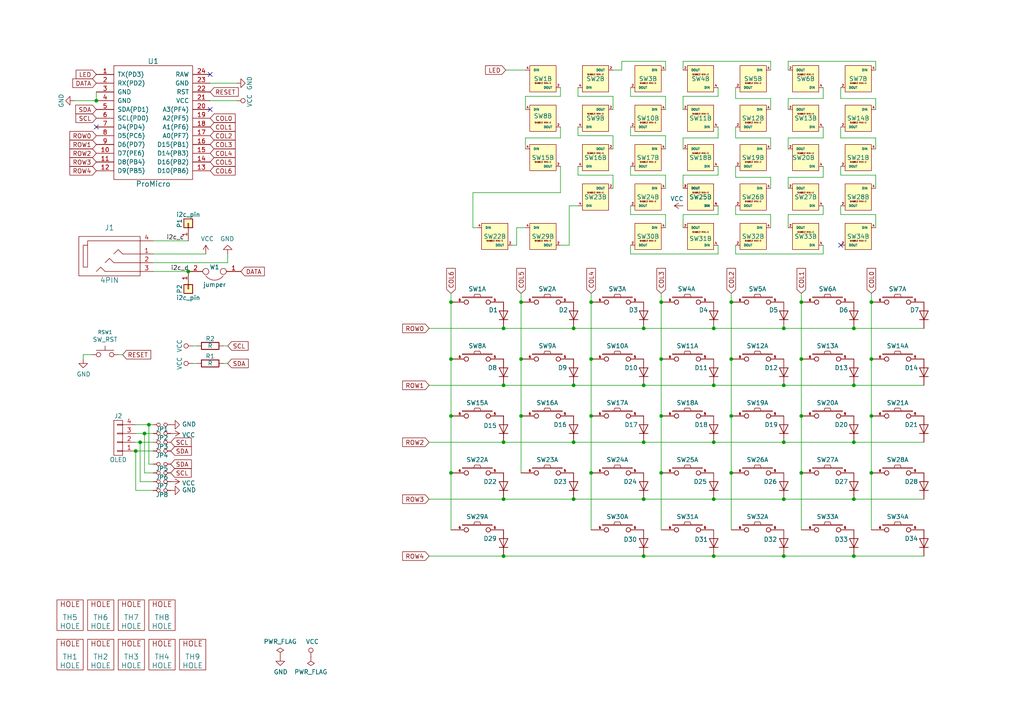
<source format=kicad_sch>
(kicad_sch (version 20231120) (generator "eeschema") (generator_version "8.0")
  (paper "A4")
  (junction (at 212.09 137.16))
  (junction (at 212.09 87.63))
  (junction (at 232.41 120.65))
  (junction (at 166.37 128.27))
  (junction (at 39.37 130.81))
  (junction (at 186.69 95.25))
  (junction (at 207.01 95.25))
  (junction (at 166.37 111.76))
  (junction (at 130.81 120.65))
  (junction (at 27.94 29.21))
  (junction (at 252.73 87.63))
  (junction (at 232.41 87.63))
  (junction (at 207.01 144.78))
  (junction (at 252.73 104.14))
  (junction (at 247.65 95.25))
  (junction (at 247.65 128.27))
  (junction (at 146.05 111.76))
  (junction (at 186.69 144.78))
  (junction (at 171.45 137.16))
  (junction (at 40.64 128.27))
  (junction (at 41.91 125.73))
  (junction (at 207.01 128.27))
  (junction (at 191.77 120.65))
  (junction (at 171.45 87.63))
  (junction (at 247.65 111.76))
  (junction (at 171.45 104.14))
  (junction (at 227.33 161.29))
  (junction (at 212.09 120.65))
  (junction (at 146.05 95.25))
  (junction (at 247.65 161.29))
  (junction (at 191.77 87.63))
  (junction (at 130.81 137.16))
  (junction (at 54.61 78.74))
  (junction (at 232.41 137.16))
  (junction (at 186.69 111.76))
  (junction (at 227.33 128.27))
  (junction (at 212.09 104.14))
  (junction (at 247.65 144.78))
  (junction (at 146.05 128.27))
  (junction (at 191.77 104.14))
  (junction (at 232.41 104.14))
  (junction (at 146.05 161.29))
  (junction (at 252.73 120.65))
  (junction (at 227.33 95.25))
  (junction (at 227.33 111.76))
  (junction (at 151.13 87.63))
  (junction (at 186.69 161.29))
  (junction (at 171.45 120.65))
  (junction (at 151.13 104.14))
  (junction (at 151.13 120.65))
  (junction (at 207.01 111.76))
  (junction (at 191.77 137.16))
  (junction (at 207.01 161.29))
  (junction (at 146.05 144.78))
  (junction (at 252.73 137.16))
  (junction (at 166.37 95.25))
  (junction (at 166.37 144.78))
  (junction (at 130.81 104.14))
  (junction (at 186.69 128.27))
  (junction (at 227.33 144.78))
  (junction (at 130.81 87.63))
  (junction (at 43.18 123.19))
  (no_connect (at 60.96 21.59))
  (no_connect (at 60.96 31.75))
  (no_connect (at 27.94 36.83))
  (no_connect (at 243.84 71.12))
  (wire (pts (xy 166.37 95.25) (xy 186.69 95.25)))
  (wire (pts (xy 193.04 39.37) (xy 193.04 43.18)))
  (wire (pts (xy 177.8 50.8) (xy 167.64 50.8)))
  (wire (pts (xy 162.56 55.88) (xy 162.56 48.26)))
  (wire (pts (xy 198.12 40.005) (xy 198.12 43.18)))
  (wire (pts (xy 55.88 105.41) (xy 57.15 105.41)))
  (wire (pts (xy 227.33 111.76) (xy 247.65 111.76)))
  (wire (pts (xy 228.6 28.575) (xy 228.6 31.75)))
  (wire (pts (xy 41.91 125.73) (xy 44.45 125.73)))
  (wire (pts (xy 182.88 27.94) (xy 193.04 27.94)))
  (wire (pts (xy 167.64 39.37) (xy 177.8 39.37)))
  (wire (pts (xy 39.37 125.73) (xy 41.91 125.73)))
  (wire (pts (xy 213.36 40.005) (xy 213.36 36.83)))
  (wire (pts (xy 151.13 87.63) (xy 151.13 104.14)))
  (wire (pts (xy 208.28 73.66) (xy 208.28 71.12)))
  (wire (pts (xy 228.6 51.435) (xy 228.6 54.61)))
  (wire (pts (xy 40.64 128.27) (xy 44.45 128.27)))
  (wire (pts (xy 66.04 100.33) (xy 64.77 100.33)))
  (wire (pts (xy 191.77 137.16) (xy 191.77 153.67)))
  (wire (pts (xy 151.13 85.09) (xy 151.13 87.63)))
  (wire (pts (xy 254 43.18) (xy 254 40.005)))
  (wire (pts (xy 186.69 111.76) (xy 207.01 111.76)))
  (wire (pts (xy 182.88 71.12) (xy 182.88 73.66)))
  (wire (pts (xy 254 50.8) (xy 243.84 50.8)))
  (wire (pts (xy 180.34 17.78) (xy 193.04 17.78)))
  (wire (pts (xy 146.05 111.76) (xy 124.46 111.76)))
  (wire (pts (xy 149.86 66.04) (xy 149.86 71.12)))
  (wire (pts (xy 228.6 40.005) (xy 228.6 43.18)))
  (wire (pts (xy 212.09 104.14) (xy 212.09 120.65)))
  (wire (pts (xy 247.65 128.27) (xy 267.97 128.27)))
  (wire (pts (xy 43.18 134.62) (xy 44.45 134.62)))
  (wire (pts (xy 66.04 73.66) (xy 66.04 76.2)))
  (wire (pts (xy 193.04 27.94) (xy 193.04 31.75)))
  (wire (pts (xy 254 17.78) (xy 254 20.32)))
  (wire (pts (xy 232.41 87.63) (xy 232.41 85.09)))
  (wire (pts (xy 227.33 95.25) (xy 247.65 95.25)))
  (wire (pts (xy 182.88 25.4) (xy 182.88 27.94)))
  (wire (pts (xy 27.94 29.21) (xy 21.59 29.21)))
  (wire (pts (xy 41.91 125.73) (xy 41.91 137.16)))
  (wire (pts (xy 146.05 95.25) (xy 124.46 95.25)))
  (wire (pts (xy 212.09 137.16) (xy 212.09 120.65)))
  (wire (pts (xy 162.56 27.94) (xy 152.4 27.94)))
  (wire (pts (xy 243.84 40.005) (xy 243.84 36.83)))
  (wire (pts (xy 193.04 17.78) (xy 193.04 20.32)))
  (wire (pts (xy 208.28 27.94) (xy 208.28 25.4)))
  (wire (pts (xy 208.28 62.23) (xy 208.28 59.69)))
  (wire (pts (xy 166.37 128.27) (xy 146.05 128.27)))
  (wire (pts (xy 232.41 120.65) (xy 232.41 137.16)))
  (wire (pts (xy 27.94 26.67) (xy 27.94 29.21)))
  (wire (pts (xy 24.13 104.14) (xy 24.13 102.87)))
  (wire (pts (xy 137.16 66.04) (xy 137.16 55.88)))
  (wire (pts (xy 146.05 144.78) (xy 124.46 144.78)))
  (wire (pts (xy 243.84 50.8) (xy 243.84 48.26)))
  (wire (pts (xy 252.73 104.14) (xy 252.73 120.65)))
  (wire (pts (xy 227.33 161.29) (xy 247.65 161.29)))
  (wire (pts (xy 213.36 62.23) (xy 223.52 62.23)))
  (wire (pts (xy 252.73 87.63) (xy 252.73 104.14)))
  (wire (pts (xy 39.37 128.27) (xy 40.64 128.27)))
  (wire (pts (xy 213.36 51.435) (xy 213.36 48.26)))
  (wire (pts (xy 182.88 62.23) (xy 193.04 62.23)))
  (wire (pts (xy 232.41 137.16) (xy 232.41 153.67)))
  (wire (pts (xy 152.4 27.94) (xy 152.4 31.75)))
  (wire (pts (xy 186.69 161.29) (xy 207.01 161.29)))
  (wire (pts (xy 228.6 62.23) (xy 238.76 62.23)))
  (wire (pts (xy 39.37 142.24) (xy 44.45 142.24)))
  (wire (pts (xy 238.76 48.26) (xy 238.76 51.435)))
  (wire (pts (xy 223.52 17.78) (xy 223.52 20.32)))
  (wire (pts (xy 130.81 104.14) (xy 130.81 120.65)))
  (wire (pts (xy 166.37 111.76) (xy 186.69 111.76)))
  (wire (pts (xy 130.81 85.09) (xy 130.81 87.63)))
  (wire (pts (xy 191.77 104.14) (xy 191.77 120.65)))
  (wire (pts (xy 166.37 95.25) (xy 146.05 95.25)))
  (wire (pts (xy 252.73 85.09) (xy 252.73 87.63)))
  (wire (pts (xy 191.77 87.63) (xy 191.77 104.14)))
  (wire (pts (xy 40.64 139.7) (xy 44.45 139.7)))
  (wire (pts (xy 254 62.23) (xy 254 66.04)))
  (wire (pts (xy 171.45 104.14) (xy 171.45 120.65)))
  (wire (pts (xy 243.84 62.23) (xy 254 62.23)))
  (wire (pts (xy 177.8 31.75) (xy 177.8 27.94)))
  (wire (pts (xy 171.45 137.16) (xy 171.45 153.67)))
  (wire (pts (xy 252.73 137.16) (xy 252.73 153.67)))
  (wire (pts (xy 180.34 20.32) (xy 180.34 17.78)))
  (wire (pts (xy 252.73 120.65) (xy 252.73 137.16)))
  (wire (pts (xy 238.76 28.575) (xy 228.6 28.575)))
  (wire (pts (xy 165.1 71.12) (xy 165.1 59.69)))
  (wire (pts (xy 59.69 73.66) (xy 44.45 73.66)))
  (wire (pts (xy 40.64 128.27) (xy 40.64 139.7)))
  (wire (pts (xy 247.65 95.25) (xy 267.97 95.25)))
  (wire (pts (xy 238.76 73.66) (xy 238.76 71.12)))
  (wire (pts (xy 238.76 25.4) (xy 238.76 28.575)))
  (wire (pts (xy 166.37 111.76) (xy 146.05 111.76)))
  (wire (pts (xy 162.56 71.12) (xy 165.1 71.12)))
  (wire (pts (xy 149.86 71.12) (xy 148.59 71.12)))
  (wire (pts (xy 247.65 144.78) (xy 267.97 144.78)))
  (wire (pts (xy 186.69 95.25) (xy 207.01 95.25)))
  (wire (pts (xy 238.76 51.435) (xy 228.6 51.435)))
  (wire (pts (xy 208.28 36.83) (xy 208.28 40.005)))
  (wire (pts (xy 146.05 128.27) (xy 124.46 128.27)))
  (wire (pts (xy 177.8 39.37) (xy 177.8 43.18)))
  (wire (pts (xy 186.69 144.78) (xy 207.01 144.78)))
  (wire (pts (xy 213.36 28.575) (xy 213.36 25.4)))
  (wire (pts (xy 212.09 87.63) (xy 212.09 104.14)))
  (wire (pts (xy 60.96 29.21) (xy 68.58 29.21)))
  (wire (pts (xy 247.65 111.76) (xy 267.97 111.76)))
  (wire (pts (xy 223.52 43.18) (xy 223.52 40.005)))
  (wire (pts (xy 254 28.575) (xy 243.84 28.575)))
  (wire (pts (xy 44.45 69.85) (xy 54.61 69.85)))
  (wire (pts (xy 223.52 40.005) (xy 213.36 40.005)))
  (wire (pts (xy 167.64 36.83) (xy 167.64 39.37)))
  (wire (pts (xy 247.65 161.29) (xy 267.97 161.29)))
  (wire (pts (xy 167.64 27.94) (xy 167.64 25.4)))
  (wire (pts (xy 24.13 102.87) (xy 26.67 102.87)))
  (wire (pts (xy 55.88 100.33) (xy 57.15 100.33)))
  (wire (pts (xy 171.45 87.63) (xy 171.45 104.14)))
  (wire (pts (xy 198.12 31.75) (xy 198.12 27.94)))
  (wire (pts (xy 213.36 71.12) (xy 213.36 73.66)))
  (wire (pts (xy 198.12 27.94) (xy 208.28 27.94)))
  (wire (pts (xy 238.76 36.83) (xy 238.76 40.005)))
  (wire (pts (xy 66.04 105.41) (xy 64.77 105.41)))
  (wire (pts (xy 198.12 20.32) (xy 198.12 17.78)))
  (wire (pts (xy 43.18 123.19) (xy 43.18 134.62)))
  (wire (pts (xy 223.52 54.61) (xy 223.52 51.435)))
  (wire (pts (xy 208.28 40.005) (xy 198.12 40.005)))
  (wire (pts (xy 146.05 161.29) (xy 186.69 161.29)))
  (wire (pts (xy 227.33 128.27) (xy 247.65 128.27)))
  (wire (pts (xy 167.64 50.8) (xy 167.64 48.26)))
  (wire (pts (xy 177.8 27.94) (xy 167.64 27.94)))
  (wire (pts (xy 198.12 50.8) (xy 208.28 50.8)))
  (wire (pts (xy 43.18 123.19) (xy 44.45 123.19)))
  (wire (pts (xy 146.685 20.32) (xy 152.4 20.32)))
  (wire (pts (xy 227.33 144.78) (xy 247.65 144.78)))
  (wire (pts (xy 238.76 62.23) (xy 238.76 59.69)))
  (wire (pts (xy 227.33 95.25) (xy 207.01 95.25)))
  (wire (pts (xy 238.76 40.005) (xy 228.6 40.005)))
  (wire (pts (xy 182.88 50.8) (xy 193.04 50.8)))
  (wire (pts (xy 177.8 20.32) (xy 180.34 20.32)))
  (wire (pts (xy 66.04 76.2) (xy 44.45 76.2)))
  (wire (pts (xy 137.16 66.04) (xy 138.43 66.04)))
  (wire (pts (xy 171.45 120.65) (xy 171.45 137.16)))
  (wire (pts (xy 130.81 120.65) (xy 130.81 137.16)))
  (wire (pts (xy 208.28 50.8) (xy 208.28 48.26)))
  (wire (pts (xy 207.01 128.27) (xy 227.33 128.27)))
  (wire (pts (xy 243.84 59.69) (xy 243.84 62.23)))
  (wire (pts (xy 207.01 144.78) (xy 227.33 144.78)))
  (wire (pts (xy 162.56 40.005) (xy 152.4 40.005)))
  (wire (pts (xy 182.88 73.66) (xy 208.28 73.66)))
  (wire (pts (xy 44.45 130.81) (xy 39.37 130.81)))
  (wire (pts (xy 191.77 120.65) (xy 191.77 137.16)))
  (wire (pts (xy 232.41 104.14) (xy 232.41 87.63)))
  (wire (pts (xy 198.12 66.04) (xy 198.12 62.23)))
  (wire (pts (xy 39.37 123.19) (xy 43.18 123.19)))
  (wire (pts (xy 228.6 66.04) (xy 228.6 62.23)))
  (wire (pts (xy 193.04 50.8) (xy 193.04 54.61)))
  (wire (pts (xy 254 31.75) (xy 254 28.575)))
  (wire (pts (xy 223.52 28.575) (xy 213.36 28.575)))
  (wire (pts (xy 193.04 62.23) (xy 193.04 66.04)))
  (wire (pts (xy 254 54.61) (xy 254 50.8)))
  (wire (pts (xy 232.41 120.65) (xy 232.41 104.14)))
  (wire (pts (xy 151.13 120.65) (xy 151.13 137.16)))
  (wire (pts (xy 137.16 55.88) (xy 162.56 55.88)))
  (wire (pts (xy 152.4 66.04) (xy 149.86 66.04)))
  (wire (pts (xy 198.12 62.23) (xy 208.28 62.23)))
  (wire (pts (xy 182.88 39.37) (xy 193.04 39.37)))
  (wire (pts (xy 35.56 102.87) (xy 34.29 102.87)))
  (wire (pts (xy 130.81 137.16) (xy 130.81 153.67)))
  (wire (pts (xy 213.36 73.66) (xy 238.76 73.66)))
  (wire (pts (xy 166.37 128.27) (xy 186.69 128.27)))
  (wire (pts (xy 254 40.005) (xy 243.84 40.005)))
  (wire (pts (xy 177.8 54.61) (xy 177.8 50.8)))
  (wire (pts (xy 60.96 24.13) (xy 68.58 24.13)))
  (wire (pts (xy 213.36 59.69) (xy 213.36 62.23)))
  (wire (pts (xy 228.6 20.32) (xy 228.6 17.78)))
  (wire (pts (xy 124.46 161.29) (xy 146.05 161.29)))
  (wire (pts (xy 228.6 17.78) (xy 254 17.78)))
  (wire (pts (xy 243.84 28.575) (xy 243.84 25.4)))
  (wire (pts (xy 162.56 25.4) (xy 162.56 27.94)))
  (wire (pts (xy 212.09 137.16) (xy 212.09 153.67)))
  (wire (pts (xy 207.01 161.29) (xy 227.33 161.29)))
  (wire (pts (xy 130.81 87.63) (xy 130.81 104.14)))
  (wire (pts (xy 198.12 54.61) (xy 198.12 50.8)))
  (wire (pts (xy 223.52 31.75) (xy 223.52 28.575)))
  (wire (pts (xy 151.13 104.14) (xy 151.13 120.65)))
  (wire (pts (xy 166.37 144.78) (xy 146.05 144.78)))
  (wire (pts (xy 182.88 59.69) (xy 182.88 62.23)))
  (wire (pts (xy 212.09 85.09) (xy 212.09 87.63)))
  (wire (pts (xy 152.4 40.005) (xy 152.4 43.18)))
  (wire (pts (xy 171.45 85.09) (xy 171.45 87.63)))
  (wire (pts (xy 165.1 59.69) (xy 167.64 59.69)))
  (wire (pts (xy 166.37 144.78) (xy 186.69 144.78)))
  (wire (pts (xy 186.69 128.27) (xy 207.01 128.27)))
  (wire (pts (xy 162.56 36.83) (xy 162.56 40.005)))
  (wire (pts (xy 191.77 85.09) (xy 191.77 87.63)))
  (wire (pts (xy 39.37 130.81) (xy 39.37 142.24)))
  (wire (pts (xy 223.52 62.23) (xy 223.52 66.04)))
  (wire (pts (xy 223.52 51.435) (xy 213.36 51.435)))
  (wire (pts (xy 207.01 111.76) (xy 227.33 111.76)))
  (wire (pts (xy 198.12 17.78) (xy 223.52 17.78)))
  (wire (pts (xy 182.88 48.26) (xy 182.88 50.8)))
  (wire (pts (xy 182.88 36.83) (xy 182.88 39.37)))
  (wire (pts (xy 41.91 137.16) (xy 44.45 137.16)))
  (wire (pts (xy 44.45 78.74) (xy 54.61 78.74)))
  (label "i2c_d" (at 49.53 78.74 0))
  (label "i2c_c" (at 48.26 69.85 0))
  (global_label "ROW0" (shape input) (at 124.46 95.25 180) (property "Intersheetrefs" "${INTERSHEET_REFS}" (effects (hide yes))))
  (global_label "SDA" (shape input) (at 49.53 130.81 0) (property "Intersheetrefs" "${INTERSHEET_REFS}" (effects (hide yes))))
  (global_label "COL3" (shape input) (at 191.77 85.09 90) (property "Intersheetrefs" "${INTERSHEET_REFS}" (effects (hide yes))))
  (global_label "COL0" (shape input) (at 60.96 34.29 0) (property "Intersheetrefs" "${INTERSHEET_REFS}" (effects (hide yes))))
  (global_label "SCL" (shape input) (at 49.53 137.16 0) (property "Intersheetrefs" "${INTERSHEET_REFS}" (effects (hide yes))))
  (global_label "DATA" (shape input) (at 27.94 24.13 180) (property "Intersheetrefs" "${INTERSHEET_REFS}" (effects (hide yes))))
  (global_label "LED" (shape input) (at 27.94 21.59 180) (property "Intersheetrefs" "${INTERSHEET_REFS}" (effects (hide yes))))
  (global_label "COL5" (shape input) (at 151.13 85.09 90) (property "Intersheetrefs" "${INTERSHEET_REFS}" (effects (hide yes))))
  (global_label "SCL" (shape input) (at 27.94 34.29 180) (property "Intersheetrefs" "${INTERSHEET_REFS}" (effects (hide yes))))
  (global_label "COL3" (shape input) (at 60.96 41.91 0) (property "Intersheetrefs" "${INTERSHEET_REFS}" (effects (hide yes))))
  (global_label "SCL" (shape input) (at 49.53 128.27 0) (property "Intersheetrefs" "${INTERSHEET_REFS}" (effects (hide yes))))
  (global_label "ROW1" (shape input) (at 124.46 111.76 180) (property "Intersheetrefs" "${INTERSHEET_REFS}" (effects (hide yes))))
  (global_label "ROW1" (shape input) (at 27.94 41.91 180) (property "Intersheetrefs" "${INTERSHEET_REFS}" (effects (hide yes))))
  (global_label "COL6" (shape input) (at 130.81 85.09 90) (property "Intersheetrefs" "${INTERSHEET_REFS}" (effects (hide yes))))
  (global_label "ROW3" (shape input) (at 124.46 144.78 180) (property "Intersheetrefs" "${INTERSHEET_REFS}" (effects (hide yes))))
  (global_label "SDA" (shape input) (at 49.53 134.62 0) (property "Intersheetrefs" "${INTERSHEET_REFS}" (effects (hide yes))))
  (global_label "COL5" (shape input) (at 60.96 46.99 0) (property "Intersheetrefs" "${INTERSHEET_REFS}" (effects (hide yes))))
  (global_label "COL4" (shape input) (at 60.96 44.45 0) (property "Intersheetrefs" "${INTERSHEET_REFS}" (effects (hide yes))))
  (global_label "SCL" (shape input) (at 66.04 100.33 0) (property "Intersheetrefs" "${INTERSHEET_REFS}" (effects (hide yes))))
  (global_label "COL2" (shape input) (at 212.09 85.09 90) (property "Intersheetrefs" "${INTERSHEET_REFS}" (effects (hide yes))))
  (global_label "DATA" (shape input) (at 69.85 78.74 0) (property "Intersheetrefs" "${INTERSHEET_REFS}" (effects (hide yes))))
  (global_label "COL6" (shape input) (at 60.96 49.53 0) (property "Intersheetrefs" "${INTERSHEET_REFS}" (effects (hide yes))))
  (global_label "COL0" (shape input) (at 252.73 85.09 90) (property "Intersheetrefs" "${INTERSHEET_REFS}" (effects (hide yes))))
  (global_label "RESET" (shape input) (at 35.56 102.87 0) (property "Intersheetrefs" "${INTERSHEET_REFS}" (effects (hide yes))))
  (global_label "SDA" (shape input) (at 66.04 105.41 0) (property "Intersheetrefs" "${INTERSHEET_REFS}" (effects (hide yes))))
  (global_label "COL1" (shape input) (at 232.41 85.09 90) (property "Intersheetrefs" "${INTERSHEET_REFS}" (effects (hide yes))))
  (global_label "ROW2" (shape input) (at 27.94 44.45 180) (property "Intersheetrefs" "${INTERSHEET_REFS}" (effects (hide yes))))
  (global_label "ROW4" (shape input) (at 27.94 49.53 180) (property "Intersheetrefs" "${INTERSHEET_REFS}" (effects (hide yes))))
  (global_label "LED" (shape input) (at 146.685 20.32 180) (property "Intersheetrefs" "${INTERSHEET_REFS}" (effects (hide yes))))
  (global_label "ROW3" (shape input) (at 27.94 46.99 180) (property "Intersheetrefs" "${INTERSHEET_REFS}" (effects (hide yes))))
  (global_label "ROW0" (shape input) (at 27.94 39.37 180) (property "Intersheetrefs" "${INTERSHEET_REFS}" (effects (hide yes))))
  (global_label "ROW2" (shape input) (at 124.46 128.27 180) (property "Intersheetrefs" "${INTERSHEET_REFS}" (effects (hide yes))))
  (global_label "COL1" (shape input) (at 60.96 36.83 0) (property "Intersheetrefs" "${INTERSHEET_REFS}" (effects (hide yes))))
  (global_label "ROW4" (shape input) (at 124.46 161.29 180) (property "Intersheetrefs" "${INTERSHEET_REFS}" (effects (hide yes))))
  (global_label "RESET" (shape input) (at 60.96 26.67 0) (property "Intersheetrefs" "${INTERSHEET_REFS}" (effects (hide yes))))
  (global_label "SDA" (shape input) (at 27.94 31.75 180) (property "Intersheetrefs" "${INTERSHEET_REFS}" (effects (hide yes))))
  (global_label "COL2" (shape input) (at 60.96 39.37 0) (property "Intersheetrefs" "${INTERSHEET_REFS}" (effects (hide yes))))
  (global_label "COL4" (shape input) (at 171.45 85.09 90) (property "Intersheetrefs" "${INTERSHEET_REFS}" (effects (hide yes))))
  (symbol (lib_id "SofleKeyboard-rescue:ProMicro_2-Lily58-cache-Lily58_Pro-rescue") (at 44.45 35.56 0) (unit 1)
    (property "Reference" "U1" (at 44.45 17.78 0) (effects (font (size 1.524 1.524))))
    (property "Value" "ProMicro" (at 44.45 53.34 0) (effects (font (size 1.524 1.524))))
    (property "Footprint" "SofleChoc:ProMicro" (effects (hide yes)))
  )
  (symbol (lib_id "SofleKeyboard:SW_PUSH_LED") (at 179.07 153.67 0) (unit 1)
    (property "Reference" "SW30" (at 179.07 149.86 0))
    (property "Value" "SW_PUSH_LED" (effects (hide yes)))
    (property "Footprint" "SofleChoc:Choc_Hotswap_SK6812MiniE" (effects (hide yes)))
  )
  (symbol (lib_id "SofleKeyboard:SW_PUSH_LED") (at 138.43 87.63 0) (unit 1)
    (property "Reference" "SW1" (at 138.43 83.82 0))
    (property "Value" "SW_PUSH_LED" (effects (hide yes)))
    (property "Footprint" "SofleChoc:Choc_Hotswap_SK6812MiniE" (effects (hide yes)))
  )
  (symbol (lib_id "SofleKeyboard-rescue:D-Lily58-cache-Lily58_Pro-rescue") (at 146.05 91.44 90) (unit 1)
    (property "Reference" "D1" (at 141.732 89.916 90) (effects (justify right)))
    (property "Value" "D" (effects (hide yes)))
    (property "Footprint" "SofleChoc:crkbd-diode" (effects (hide yes)))
  )
  (symbol (lib_id "SofleKeyboard:SW_PUSH_LED") (at 158.75 87.63 0) (unit 1)
    (property "Reference" "SW2" (at 158.75 83.82 0))
    (property "Value" "SW_PUSH_LED" (effects (hide yes)))
    (property "Footprint" "SofleChoc:Choc_Hotswap_SK6812MiniE" (effects (hide yes)))
  )
  (symbol (lib_id "SofleKeyboard-rescue:D-Lily58-cache-Lily58_Pro-rescue") (at 166.37 91.44 90) (unit 1)
    (property "Reference" "D2" (at 162.052 89.916 90) (effects (justify right)))
    (property "Value" "D" (effects (hide yes)))
    (property "Footprint" "SofleChoc:crkbd-diode" (effects (hide yes)))
  )
  (symbol (lib_id "SofleKeyboard:SW_PUSH_LED") (at 179.07 87.63 0) (unit 1)
    (property "Reference" "SW3" (at 179.07 83.82 0))
    (property "Value" "SW_PUSH_LED" (effects (hide yes)))
    (property "Footprint" "SofleChoc:Choc_Hotswap_SK6812MiniE" (effects (hide yes)))
  )
  (symbol (lib_id "SofleKeyboard-rescue:D-Lily58-cache-Lily58_Pro-rescue") (at 186.69 91.44 90) (unit 1)
    (property "Reference" "D3" (at 182.372 89.916 90) (effects (justify right)))
    (property "Value" "D" (effects (hide yes)))
    (property "Footprint" "SofleChoc:crkbd-diode" (effects (hide yes)))
  )
  (symbol (lib_id "SofleKeyboard:SW_PUSH_LED") (at 199.39 87.63 0) (unit 1)
    (property "Reference" "SW4" (at 199.136 83.82 0))
    (property "Value" "SW_PUSH_LED" (effects (hide yes)))
    (property "Footprint" "SofleChoc:Choc_Hotswap_SK6812MiniE" (effects (hide yes)))
  )
  (symbol (lib_id "SofleKeyboard-rescue:D-Lily58-cache-Lily58_Pro-rescue") (at 207.01 91.44 90) (unit 1)
    (property "Reference" "D4" (at 202.692 89.916 90) (effects (justify right)))
    (property "Value" "D" (effects (hide yes)))
    (property "Footprint" "SofleChoc:crkbd-diode" (effects (hide yes)))
  )
  (symbol (lib_id "SofleKeyboard:SW_PUSH_LED") (at 219.71 87.63 0) (unit 1)
    (property "Reference" "SW5" (at 219.71 83.82 0))
    (property "Value" "SW_PUSH_LED" (effects (hide yes)))
    (property "Footprint" "SofleChoc:Choc_Hotswap_SK6812MiniE" (effects (hide yes)))
  )
  (symbol (lib_id "SofleKeyboard-rescue:D-Lily58-cache-Lily58_Pro-rescue") (at 227.33 91.44 90) (unit 1)
    (property "Reference" "D5" (at 223.012 89.916 90) (effects (justify right)))
    (property "Value" "D" (effects (hide yes)))
    (property "Footprint" "SofleChoc:crkbd-diode" (effects (hide yes)))
  )
  (symbol (lib_id "SofleKeyboard:SW_PUSH_LED") (at 240.03 87.63 0) (unit 1)
    (property "Reference" "SW6" (at 240.03 83.82 0))
    (property "Value" "SW_PUSH_LED" (effects (hide yes)))
    (property "Footprint" "SofleChoc:Choc_Hotswap_SK6812MiniE" (effects (hide yes)))
  )
  (symbol (lib_id "SofleKeyboard-rescue:D-Lily58-cache-Lily58_Pro-rescue") (at 247.65 91.44 90) (unit 1)
    (property "Reference" "D6" (at 243.332 89.916 90) (effects (justify right)))
    (property "Value" "D" (effects (hide yes)))
    (property "Footprint" "SofleChoc:crkbd-diode" (effects (hide yes)))
  )
  (symbol (lib_id "SofleKeyboard:SW_PUSH_LED") (at 158.75 104.14 0) (unit 1)
    (property "Reference" "SW9" (at 158.75 100.33 0))
    (property "Value" "SW_PUSH_LED" (effects (hide yes)))
    (property "Footprint" "SofleChoc:Choc_Hotswap_SK6812MiniE" (effects (hide yes)))
  )
  (symbol (lib_id "SofleKeyboard:SW_PUSH_LED") (at 179.07 104.14 0) (unit 1)
    (property "Reference" "SW10" (at 179.07 100.33 0))
    (property "Value" "SW_PUSH_LED" (effects (hide yes)))
    (property "Footprint" "SofleChoc:Choc_Hotswap_SK6812MiniE" (effects (hide yes)))
  )
  (symbol (lib_id "SofleKeyboard:SW_PUSH_LED") (at 199.39 104.14 0) (unit 1)
    (property "Reference" "SW11" (at 199.39 100.33 0))
    (property "Value" "SW_PUSH_LED" (effects (hide yes)))
    (property "Footprint" "SofleChoc:Choc_Hotswap_SK6812MiniE" (effects (hide yes)))
  )
  (symbol (lib_id "SofleKeyboard:SW_PUSH_LED") (at 219.71 104.14 0) (unit 1)
    (property "Reference" "SW12" (at 219.71 100.33 0))
    (property "Value" "SW_PUSH_LED" (effects (hide yes)))
    (property "Footprint" "SofleChoc:Choc_Hotswap_SK6812MiniE" (effects (hide yes)))
  )
  (symbol (lib_id "SofleKeyboard:SW_PUSH_LED") (at 240.03 104.14 0) (unit 1)
    (property "Reference" "SW13" (at 240.03 100.33 0))
    (property "Value" "SW_PUSH_LED" (effects (hide yes)))
    (property "Footprint" "SofleChoc:Choc_Hotswap_SK6812MiniE" (effects (hide yes)))
  )
  (symbol (lib_id "SofleKeyboard:SW_PUSH_LED") (at 138.43 104.14 0) (unit 1)
    (property "Reference" "SW8" (at 138.43 100.33 0))
    (property "Value" "SW_PUSH_LED" (effects (hide yes)))
    (property "Footprint" "SofleChoc:Choc_Hotswap_SK6812MiniE" (effects (hide yes)))
  )
  (symbol (lib_id "SofleKeyboard-rescue:D-Lily58-cache-Lily58_Pro-rescue") (at 146.05 107.95 90) (unit 1)
    (property "Reference" "D8" (at 141.478 106.68 90) (effects (justify right)))
    (property "Value" "D" (effects (hide yes)))
    (property "Footprint" "SofleChoc:crkbd-diode" (effects (hide yes)))
  )
  (symbol (lib_id "SofleKeyboard-rescue:D-Lily58-cache-Lily58_Pro-rescue") (at 166.37 107.95 90) (unit 1)
    (property "Reference" "D9" (at 161.798 106.68 90) (effects (justify right)))
    (property "Value" "D" (effects (hide yes)))
    (property "Footprint" "SofleChoc:crkbd-diode" (effects (hide yes)))
  )
  (symbol (lib_id "SofleKeyboard-rescue:D-Lily58-cache-Lily58_Pro-rescue") (at 186.69 107.95 90) (unit 1)
    (property "Reference" "D10" (at 181.102 106.68 90) (effects (justify right)))
    (property "Value" "D" (effects (hide yes)))
    (property "Footprint" "SofleChoc:crkbd-diode" (effects (hide yes)))
  )
  (symbol (lib_id "SofleKeyboard-rescue:D-Lily58-cache-Lily58_Pro-rescue") (at 207.01 107.95 90) (unit 1)
    (property "Reference" "D11" (at 201.422 106.68 90) (effects (justify right)))
    (property "Value" "D" (effects (hide yes)))
    (property "Footprint" "SofleChoc:crkbd-diode" (effects (hide yes)))
  )
  (symbol (lib_id "SofleKeyboard-rescue:D-Lily58-cache-Lily58_Pro-rescue") (at 227.33 107.95 90) (unit 1)
    (property "Reference" "D12" (at 221.742 106.68 90) (effects (justify right)))
    (property "Value" "D" (effects (hide yes)))
    (property "Footprint" "SofleChoc:crkbd-diode" (effects (hide yes)))
  )
  (symbol (lib_id "SofleKeyboard-rescue:D-Lily58-cache-Lily58_Pro-rescue") (at 247.65 107.95 90) (unit 1)
    (property "Reference" "D13" (at 242.062 106.68 90) (effects (justify right)))
    (property "Value" "D" (effects (hide yes)))
    (property "Footprint" "SofleChoc:crkbd-diode" (effects (hide yes)))
  )
  (symbol (lib_id "SofleKeyboard:SW_PUSH_LED") (at 138.43 120.65 0) (unit 1)
    (property "Reference" "SW15" (at 138.43 116.84 0))
    (property "Value" "SW_PUSH_LED" (effects (hide yes)))
    (property "Footprint" "SofleChoc:Choc_Hotswap_SK6812MiniE" (effects (hide yes)))
  )
  (symbol (lib_id "SofleKeyboard:SW_PUSH_LED") (at 158.75 120.65 0) (unit 1)
    (property "Reference" "SW16" (at 158.75 116.84 0))
    (property "Value" "SW_PUSH_LED" (effects (hide yes)))
    (property "Footprint" "SofleChoc:Choc_Hotswap_SK6812MiniE" (effects (hide yes)))
  )
  (symbol (lib_id "SofleKeyboard:SW_PUSH_LED") (at 179.07 120.65 0) (unit 1)
    (property "Reference" "SW17" (at 179.07 116.84 0))
    (property "Value" "SW_PUSH_LED" (effects (hide yes)))
    (property "Footprint" "SofleChoc:Choc_Hotswap_SK6812MiniE" (effects (hide yes)))
  )
  (symbol (lib_id "SofleKeyboard:SW_PUSH_LED") (at 199.39 120.65 0) (unit 1)
    (property "Reference" "SW18" (at 199.39 116.84 0))
    (property "Value" "SW_PUSH_LED" (effects (hide yes)))
    (property "Footprint" "SofleChoc:Choc_Hotswap_SK6812MiniE" (effects (hide yes)))
  )
  (symbol (lib_id "SofleKeyboard:SW_PUSH_LED") (at 219.71 120.65 0) (unit 1)
    (property "Reference" "SW19" (at 219.71 116.84 0))
    (property "Value" "SW_PUSH_LED" (effects (hide yes)))
    (property "Footprint" "SofleChoc:Choc_Hotswap_SK6812MiniE" (effects (hide yes)))
  )
  (symbol (lib_id "SofleKeyboard:SW_PUSH_LED") (at 240.03 120.65 0) (unit 1)
    (property "Reference" "SW20" (at 240.03 116.84 0))
    (property "Value" "SW_PUSH_LED" (effects (hide yes)))
    (property "Footprint" "SofleChoc:Choc_Hotswap_SK6812MiniE" (effects (hide yes)))
  )
  (symbol (lib_id "SofleKeyboard-rescue:D-Lily58-cache-Lily58_Pro-rescue") (at 146.05 124.46 90) (unit 1)
    (property "Reference" "D15" (at 140.208 123.444 90) (effects (justify right)))
    (property "Value" "D" (effects (hide yes)))
    (property "Footprint" "SofleChoc:crkbd-diode" (effects (hide yes)))
  )
  (symbol (lib_id "SofleKeyboard-rescue:D-Lily58-cache-Lily58_Pro-rescue") (at 166.37 124.46 90) (unit 1)
    (property "Reference" "D16" (at 160.528 123.19 90) (effects (justify right)))
    (property "Value" "D" (effects (hide yes)))
    (property "Footprint" "SofleChoc:crkbd-diode" (effects (hide yes)))
  )
  (symbol (lib_id "SofleKeyboard-rescue:D-Lily58-cache-Lily58_Pro-rescue") (at 186.69 124.46 90) (unit 1)
    (property "Reference" "D17" (at 181.102 123.19 90) (effects (justify right)))
    (property "Value" "D" (effects (hide yes)))
    (property "Footprint" "SofleChoc:crkbd-diode" (effects (hide yes)))
  )
  (symbol (lib_id "SofleKeyboard-rescue:D-Lily58-cache-Lily58_Pro-rescue") (at 207.01 124.46 90) (unit 1)
    (property "Reference" "D18" (at 201.422 123.19 90) (effects (justify right)))
    (property "Value" "D" (effects (hide yes)))
    (property "Footprint" "SofleChoc:crkbd-diode" (effects (hide yes)))
  )
  (symbol (lib_id "SofleKeyboard-rescue:D-Lily58-cache-Lily58_Pro-rescue") (at 227.33 124.46 90) (unit 1)
    (property "Reference" "D19" (at 221.742 123.19 90) (effects (justify right)))
    (property "Value" "D" (effects (hide yes)))
    (property "Footprint" "SofleChoc:crkbd-diode" (effects (hide yes)))
  )
  (symbol (lib_id "SofleKeyboard-rescue:D-Lily58-cache-Lily58_Pro-rescue") (at 247.65 124.46 90) (unit 1)
    (property "Reference" "D20" (at 242.062 123.19 90) (effects (justify right)))
    (property "Value" "D" (effects (hide yes)))
    (property "Footprint" "SofleChoc:crkbd-diode" (effects (hide yes)))
  )
  (symbol (lib_id "SofleKeyboard:SW_PUSH_LED") (at 179.07 137.16 0) (unit 1)
    (property "Reference" "SW24" (at 179.07 133.35 0))
    (property "Value" "SW_PUSH_LED" (effects (hide yes)))
    (property "Footprint" "SofleChoc:Choc_Hotswap_SK6812MiniE" (effects (hide yes)))
  )
  (symbol (lib_id "SofleKeyboard:SW_PUSH_LED") (at 199.39 137.16 0) (unit 1)
    (property "Reference" "SW25" (at 199.39 133.35 0))
    (property "Value" "SW_PUSH_LED" (effects (hide yes)))
    (property "Footprint" "SofleChoc:Choc_Hotswap_SK6812MiniE" (effects (hide yes)))
  )
  (symbol (lib_id "SofleKeyboard:SW_PUSH_LED") (at 219.71 137.16 0) (unit 1)
    (property "Reference" "SW26" (at 219.71 133.35 0))
    (property "Value" "SW_PUSH_LED" (effects (hide yes)))
    (property "Footprint" "SofleChoc:Choc_Hotswap_SK6812MiniE" (effects (hide yes)))
  )
  (symbol (lib_id "SofleKeyboard:SW_PUSH_LED") (at 240.03 137.16 0) (unit 1)
    (property "Reference" "SW27" (at 240.03 133.35 0))
    (property "Value" "SW_PUSH_LED" (effects (hide yes)))
    (property "Footprint" "SofleChoc:Choc_Hotswap_SK6812MiniE" (effects (hide yes)))
  )
  (symbol (lib_id "SofleKeyboard:SW_PUSH_LED") (at 158.75 137.16 0) (unit 1)
    (property "Reference" "SW23" (at 158.75 133.35 0))
    (property "Value" "SW_PUSH_LED" (effects (hide yes)))
    (property "Footprint" "SofleChoc:Choc_Hotswap_SK6812MiniE" (effects (hide yes)))
  )
  (symbol (lib_id "SofleKeyboard:SW_PUSH_LED") (at 138.43 137.16 0) (unit 1)
    (property "Reference" "SW22" (at 138.43 133.35 0))
    (property "Value" "SW_PUSH_LED" (effects (hide yes)))
    (property "Footprint" "SofleChoc:Choc_Hotswap_SK6812MiniE" (effects (hide yes)))
  )
  (symbol (lib_id "SofleKeyboard-rescue:D-Lily58-cache-Lily58_Pro-rescue") (at 146.05 140.97 90) (unit 1)
    (property "Reference" "D22" (at 140.208 139.7 90) (effects (justify right)))
    (property "Value" "D" (effects (hide yes)))
    (property "Footprint" "SofleChoc:crkbd-diode" (effects (hide yes)))
  )
  (symbol (lib_id "SofleKeyboard-rescue:D-Lily58-cache-Lily58_Pro-rescue") (at 166.37 140.97 90) (unit 1)
    (property "Reference" "D23" (at 160.528 139.7 90) (effects (justify right)))
    (property "Value" "D" (effects (hide yes)))
    (property "Footprint" "SofleChoc:crkbd-diode" (effects (hide yes)))
  )
  (symbol (lib_id "SofleKeyboard-rescue:D-Lily58-cache-Lily58_Pro-rescue") (at 186.69 140.97 90) (unit 1)
    (property "Reference" "D24" (at 180.848 139.7 90) (effects (justify right)))
    (property "Value" "D" (effects (hide yes)))
    (property "Footprint" "SofleChoc:crkbd-diode" (effects (hide yes)))
  )
  (symbol (lib_id "SofleKeyboard-rescue:D-Lily58-cache-Lily58_Pro-rescue") (at 207.01 140.97 90) (unit 1)
    (property "Reference" "D25" (at 201.168 139.7 90) (effects (justify right)))
    (property "Value" "D" (effects (hide yes)))
    (property "Footprint" "SofleChoc:crkbd-diode" (effects (hide yes)))
  )
  (symbol (lib_id "SofleKeyboard-rescue:D-Lily58-cache-Lily58_Pro-rescue") (at 227.33 140.97 90) (unit 1)
    (property "Reference" "D26" (at 221.488 139.7 90) (effects (justify right)))
    (property "Value" "D" (effects (hide yes)))
    (property "Footprint" "SofleChoc:crkbd-diode" (effects (hide yes)))
  )
  (symbol (lib_id "SofleKeyboard-rescue:D-Lily58-cache-Lily58_Pro-rescue") (at 247.65 140.97 90) (unit 1)
    (property "Reference" "D27" (at 242.062 139.7 90) (effects (justify right)))
    (property "Value" "D" (effects (hide yes)))
    (property "Footprint" "SofleChoc:crkbd-diode" (effects (hide yes)))
  )
  (symbol (lib_id "SofleKeyboard:SW_PUSH_LED") (at 199.39 153.67 0) (unit 1)
    (property "Reference" "SW31" (at 199.39 149.86 0))
    (property "Value" "SW_PUSH_LED" (effects (hide yes)))
    (property "Footprint" "SofleChoc:Choc_Hotswap_SK6812MiniE" (effects (hide yes)))
  )
  (symbol (lib_id "SofleKeyboard:SW_PUSH_LED") (at 219.71 153.67 0) (unit 1)
    (property "Reference" "SW32" (at 219.71 149.86 0))
    (property "Value" "SW_PUSH_LED" (effects (hide yes)))
    (property "Footprint" "SofleChoc:Choc_Hotswap_SK6812MiniE" (effects (hide yes)))
  )
  (symbol (lib_id "SofleKeyboard:SW_PUSH_LED") (at 240.03 153.67 0) (unit 1)
    (property "Reference" "SW33" (at 240.03 149.86 0))
    (property "Value" "SW_PUSH_LED" (effects (hide yes)))
    (property "Footprint" "SofleChoc:Choc_Hotswap_SK6812MiniE" (effects (hide yes)))
  )
  (symbol (lib_id "SofleKeyboard-rescue:D-Lily58-cache-Lily58_Pro-rescue") (at 146.05 157.48 90) (unit 1)
    (property "Reference" "D29" (at 140.208 156.21 90) (effects (justify right)))
    (property "Value" "D" (effects (hide yes)))
    (property "Footprint" "SofleChoc:crkbd-diode" (effects (hide yes)))
  )
  (symbol (lib_id "SofleKeyboard-rescue:D-Lily58-cache-Lily58_Pro-rescue") (at 186.69 157.48 90) (unit 1)
    (property "Reference" "D30" (at 180.848 156.464 90) (effects (justify right)))
    (property "Value" "D" (effects (hide yes)))
    (property "Footprint" "SofleChoc:crkbd-diode" (effects (hide yes)))
  )
  (symbol (lib_id "SofleKeyboard-rescue:D-Lily58-cache-Lily58_Pro-rescue") (at 207.01 157.48 90) (unit 1)
    (property "Reference" "D31" (at 201.422 156.464 90) (effects (justify right)))
    (property "Value" "D" (effects (hide yes)))
    (property "Footprint" "SofleChoc:crkbd-diode" (effects (hide yes)))
  )
  (symbol (lib_id "SofleKeyboard-rescue:D-Lily58-cache-Lily58_Pro-rescue") (at 227.33 157.48 90) (unit 1)
    (property "Reference" "D32" (at 221.488 156.464 90) (effects (justify right)))
    (property "Value" "D" (effects (hide yes)))
    (property "Footprint" "SofleChoc:crkbd-diode" (effects (hide yes)))
  )
  (symbol (lib_id "SofleKeyboard-rescue:D-Lily58-cache-Lily58_Pro-rescue") (at 247.65 157.48 90) (unit 1)
    (property "Reference" "D33" (at 242.062 156.464 90) (effects (justify right)))
    (property "Value" "D" (effects (hide yes)))
    (property "Footprint" "SofleChoc:crkbd-diode" (effects (hide yes)))
  )
  (symbol (lib_id "SofleKeyboard-rescue:VCC-Lily58-cache-Lily58_Pro-rescue") (at 68.58 29.21 270) (unit 1)
    (property "Reference" "#PWR04" (effects (hide yes)))
    (property "Value" "VCC" (at 72.39 29.21 0))
  )
  (symbol (lib_id "SofleKeyboard-rescue:VCC-Lily58-cache-Lily58_Pro-rescue") (at 55.88 105.41 90) (unit 1)
    (property "Reference" "#PWR05" (effects (hide yes)))
    (property "Value" "VCC" (at 52.07 105.41 0))
  )
  (symbol (lib_id "SofleKeyboard-rescue:VCC-Lily58-cache-Lily58_Pro-rescue") (at 55.88 100.33 90) (unit 1)
    (property "Reference" "#PWR06" (effects (hide yes)))
    (property "Value" "VCC" (at 52.07 100.33 0))
  )
  (symbol (lib_id "SofleKeyboard-rescue:R-Lily58-cache-Lily58_Pro-rescue") (at 60.96 105.41 90) (unit 1)
    (property "Reference" "R1" (at 60.96 102.616 90) (effects (justify bottom)))
    (property "Value" "R" (at 60.96 105.41 90))
    (property "Footprint" "SofleChoc:RESISTOR_mini" (effects (hide yes)))
  )
  (symbol (lib_id "SofleKeyboard-rescue:R-Lily58-cache-Lily58_Pro-rescue") (at 60.96 100.33 90) (unit 1)
    (property "Reference" "R2" (at 60.96 97.536 90) (effects (justify bottom)))
    (property "Value" "R" (at 60.96 100.33 90))
    (property "Footprint" "SofleChoc:RESISTOR_mini" (effects (hide yes)))
  )
  (symbol (lib_id "SofleKeyboard-rescue:MJ-4PP-9-Lily58-cache-Lily58_Pro-rescue") (at 33.02 73.66 0) (unit 1)
    (property "Reference" "J1" (at 31.75 66.04 0) (effects (font (size 1.524 1.524))))
    (property "Value" "4PIN" (at 31.75 81.28 0) (effects (font (size 1.524 1.524))))
    (property "Footprint" "SofleChoc:MJ-4PP-9" (effects (hide yes)))
  )
  (symbol (lib_id "SofleKeyboard-rescue:GND-Lily58-cache-Lily58_Pro-rescue") (at 24.13 104.14 0) (unit 1)
    (property "Reference" "#PWR010" (effects (hide yes)))
    (property "Value" "GND" (at 24.257 108.5342 0))
  )
  (symbol (lib_id "SofleKeyboard-rescue:PWR_FLAG-Lily58-cache-Lily58_Pro-rescue") (at 81.28 190.5 0) (unit 1)
    (property "Reference" "#FLG01" (effects (hide yes)))
    (property "Value" "PWR_FLAG" (at 81.28 186.0804 0))
  )
  (symbol (lib_id "SofleKeyboard-rescue:GND-Lily58-cache-Lily58_Pro-rescue") (at 81.28 190.5 0) (unit 1)
    (property "Reference" "#PWR012" (effects (hide yes)))
    (property "Value" "GND" (at 81.407 194.8942 0))
  )
  (symbol (lib_id "SofleKeyboard-rescue:VCC-Lily58-cache-Lily58_Pro-rescue") (at 90.17 190.5 0) (unit 1)
    (property "Reference" "#PWR013" (effects (hide yes)))
    (property "Value" "VCC" (at 90.6018 186.1058 0))
  )
  (symbol (lib_id "SofleKeyboard-rescue:PWR_FLAG-Lily58-cache-Lily58_Pro-rescue") (at 90.17 190.5 180) (unit 1)
    (property "Reference" "#FLG02" (effects (hide yes)))
    (property "Value" "PWR_FLAG" (at 90.17 194.8942 0))
  )
  (symbol (lib_id "SofleKeyboard-rescue:HOLE-Lily58-cache-Lily58_Pro-rescue") (at 29.21 190.5 0) (unit 1)
    (property "Reference" "TH2" (at 29.21 190.5 0) (effects (font (size 1.524 1.524))))
    (property "Value" "HOLE" (at 29.21 193.04 0) (effects (font (size 1.524 1.524))))
    (property "Footprint" "SofleChoc:HOLE_M2_TH" (effects (hide yes)))
  )
  (symbol (lib_id "SofleKeyboard-rescue:HOLE-Lily58-cache-Lily58_Pro-rescue") (at 38.1 190.5 0) (unit 1)
    (property "Reference" "TH3" (at 38.1 190.5 0) (effects (font (size 1.524 1.524))))
    (property "Value" "HOLE" (at 38.1 193.04 0) (effects (font (size 1.524 1.524))))
    (property "Footprint" "SofleChoc:HOLE_M2_TH" (effects (hide yes)))
  )
  (symbol (lib_id "SofleKeyboard-rescue:HOLE-Lily58-cache-Lily58_Pro-rescue") (at 46.99 190.5 0) (unit 1)
    (property "Reference" "TH4" (at 46.99 190.5 0) (effects (font (size 1.524 1.524))))
    (property "Value" "HOLE" (at 46.99 193.04 0) (effects (font (size 1.524 1.524))))
    (property "Footprint" "SofleChoc:HOLE_M2_TH" (effects (hide yes)))
  )
  (symbol (lib_id "SofleKeyboard-rescue:HOLE-Lily58-cache-Lily58_Pro-rescue") (at 20.32 190.5 0) (unit 1)
    (property "Reference" "TH1" (at 20.32 190.5 0) (effects (font (size 1.524 1.524))))
    (property "Value" "HOLE" (at 20.32 193.04 0) (effects (font (size 1.524 1.524))))
    (property "Footprint" "SofleChoc:HOLE_M2_TH" (effects (hide yes)))
  )
  (symbol (lib_id "SofleKeyboard-rescue:GND-Lily58-cache-Lily58_Pro-rescue") (at 68.58 24.13 90) (unit 1)
    (property "Reference" "#PWR0101" (effects (hide yes)))
    (property "Value" "GND" (at 72.39 24.13 0))
  )
  (symbol (lib_id "SofleKeyboard-rescue:GND-Lily58-cache-Lily58_Pro-rescue") (at 21.59 29.21 270) (unit 1)
    (property "Reference" "#PWR0102" (effects (hide yes)))
    (property "Value" "GND" (at 17.78 29.21 0))
  )
  (symbol (lib_id "SofleKeyboard-rescue:SW_RST-Lily58-cache-Lily58_Pro-rescue") (at 30.48 102.87 0) (unit 1)
    (property "Reference" "RSW1" (at 30.48 96.3676 0) (effects (font (size 1.016 1.016))))
    (property "Value" "SW_RST" (at 30.48 98.4758 0))
    (property "Footprint" "SofleChoc:TACT_SWITCH_TVBP06" (effects (hide yes)))
  )
  (symbol (lib_id "SofleKeyboard-rescue:GND-power") (at 66.04 73.66 180) (unit 1)
    (property "Reference" "#PWR02" (effects (hide yes)))
    (property "Value" "GND" (at 65.913 69.2658 0))
  )
  (symbol (lib_id "SofleKeyboard-rescue:VCC-power") (at 59.69 73.66 0) (unit 1)
    (property "Reference" "#PWR01" (effects (hide yes)))
    (property "Value" "VCC" (at 60.1218 69.2658 0))
  )
  (symbol (lib_id "SofleKeyboard-rescue:i2c_pin-Lily58-cache-Lily58_Pro-rescue") (at 54.61 64.77 90) (unit 1)
    (property "Reference" "P1" (at 52.07 64.77 0))
    (property "Value" "i2c_pin" (at 54.61 62.23 90))
    (property "Footprint" "SofleChoc:1pin_conn" (effects (hide yes)))
  )
  (symbol (lib_id "SofleKeyboard-rescue:i2c_pin-Lily58-cache-Lily58_Pro-rescue") (at 54.61 83.82 270) (unit 1)
    (property "Reference" "P2" (at 52.07 83.82 0))
    (property "Value" "i2c_pin" (at 54.61 86.36 90))
    (property "Footprint" "SofleChoc:1pin_conn" (effects (hide yes)))
  )
  (symbol (lib_id "SofleKeyboard-rescue:Jumper-Device") (at 62.23 78.74 180) (unit 1)
    (property "Reference" "W1" (at 62.23 77.47 0))
    (property "Value" "jumper" (at 62.23 82.55 0))
    (property "Footprint" "Jumper:SolderJumper-2_P1.3mm_Open_Pad1.0x1.5mm" (effects (hide yes)))
  )
  (symbol (lib_id "SofleKeyboard-rescue:OLED-Lily58-cache-Lily58_Pro-rescue") (at 34.29 127 180) (unit 1)
    (property "Reference" "J2" (at 34.29 120.65 0))
    (property "Value" "OLED" (at 34.29 133.35 0))
    (property "Footprint" "SofleChoc:OLED_4Pin" (effects (hide yes)))
  )
  (symbol (lib_id "SofleKeyboard-rescue:Jumper_NO_Small-Device") (at 46.99 123.19 0) (unit 1)
    (property "Reference" "JP1" (at 46.99 124.46 0))
    (property "Value" "Jumper_NO_Small" (effects (hide yes)))
    (property "Footprint" "SofleChoc:Jumper" (effects (hide yes)))
  )
  (symbol (lib_id "SofleKeyboard-rescue:Jumper_NO_Small-Device") (at 46.99 125.73 0) (unit 1)
    (property "Reference" "JP2" (at 46.99 127 0))
    (property "Value" "Jumper_NO_Small" (effects (hide yes)))
    (property "Footprint" "SofleChoc:Jumper" (effects (hide yes)))
  )
  (symbol (lib_id "SofleKeyboard-rescue:Jumper_NO_Small-Device") (at 46.99 128.27 0) (unit 1)
    (property "Reference" "JP3" (at 46.99 129.54 0))
    (property "Value" "Jumper_NO_Small" (effects (hide yes)))
    (property "Footprint" "SofleChoc:Jumper" (effects (hide yes)))
  )
  (symbol (lib_id "SofleKeyboard-rescue:Jumper_NO_Small-Device") (at 46.99 130.81 0) (unit 1)
    (property "Reference" "JP4" (at 46.99 132.08 0))
    (property "Value" "Jumper_NO_Small" (effects (hide yes)))
    (property "Footprint" "SofleChoc:Jumper" (effects (hide yes)))
  )
  (symbol (lib_id "SofleKeyboard-rescue:Jumper_NO_Small-Device") (at 46.99 134.62 0) (unit 1)
    (property "Reference" "JP5" (at 46.99 135.89 0))
    (property "Value" "Jumper_NO_Small" (effects (hide yes)))
    (property "Footprint" "SofleChoc:Jumper" (effects (hide yes)))
  )
  (symbol (lib_id "SofleKeyboard-rescue:Jumper_NO_Small-Device") (at 46.99 137.16 0) (unit 1)
    (property "Reference" "JP6" (at 46.99 138.43 0))
    (property "Value" "Jumper_NO_Small" (effects (hide yes)))
    (property "Footprint" "SofleChoc:Jumper" (effects (hide yes)))
  )
  (symbol (lib_id "SofleKeyboard-rescue:Jumper_NO_Small-Device") (at 46.99 139.7 0) (unit 1)
    (property "Reference" "JP7" (at 46.99 140.97 0))
    (property "Value" "Jumper_NO_Small" (effects (hide yes)))
    (property "Footprint" "SofleChoc:Jumper" (effects (hide yes)))
  )
  (symbol (lib_id "SofleKeyboard-rescue:Jumper_NO_Small-Device") (at 46.99 142.24 0) (unit 1)
    (property "Reference" "JP8" (at 46.99 143.51 0))
    (property "Value" "Jumper_NO_Small" (effects (hide yes)))
    (property "Footprint" "SofleChoc:Jumper" (effects (hide yes)))
  )
  (symbol (lib_id "SofleKeyboard-rescue:GND-power") (at 49.53 123.19 90) (unit 1)
    (property "Reference" "#PWR03" (effects (hide yes)))
    (property "Value" "GND" (at 52.7812 123.063 90) (effects (justify right)))
  )
  (symbol (lib_id "SofleKeyboard-rescue:VCC-power") (at 49.53 125.73 270) (unit 1)
    (property "Reference" "#PWR09" (effects (hide yes)))
    (property "Value" "VCC" (at 52.7812 126.1618 90) (effects (justify left)))
  )
  (symbol (lib_id "SofleKeyboard-rescue:GND-power") (at 49.53 142.24 90) (unit 1)
    (property "Reference" "#PWR014" (effects (hide yes)))
    (property "Value" "GND" (at 52.7812 142.113 90) (effects (justify right)))
  )
  (symbol (lib_id "SofleKeyboard-rescue:VCC-power") (at 49.53 139.7 270) (unit 1)
    (property "Reference" "#PWR011" (effects (hide yes)))
    (property "Value" "VCC" (at 52.7812 140.1318 90) (effects (justify left)))
  )
  (symbol (lib_id "SofleKeyboard:SW_PUSH_LED") (at 260.35 153.67 0) (unit 1)
    (property "Reference" "SW34" (at 260.35 149.86 0))
    (property "Value" "SW_PUSH_LED" (effects (hide yes)))
    (property "Footprint" "SofleChoc:Choc_Hotswap_SK6812MiniE" (effects (hide yes)))
  )
  (symbol (lib_id "SofleKeyboard-rescue:D-Lily58-cache-Lily58_Pro-rescue") (at 267.97 157.48 90) (unit 1)
    (property "Reference" "D34" (at 262.382 156.21 90) (effects (justify right)))
    (property "Value" "D" (effects (hide yes)))
    (property "Footprint" "SofleChoc:crkbd-diode" (effects (hide yes)))
  )
  (symbol (lib_id "SofleKeyboard:SW_PUSH_LED") (at 157.48 22.86 0) (mirror y) (unit 2)
    (property "Reference" "SW1" (at 157.48 22.86 0))
    (property "Value" "SW_PUSH_LED" (effects (hide yes)))
    (property "Footprint" "SofleChoc:Choc_Hotswap_SK6812MiniE" (effects (hide yes)))
  )
  (symbol (lib_id "SofleKeyboard:SW_PUSH_LED") (at 187.96 22.86 0) (unit 2)
    (property "Reference" "SW3" (at 187.96 22.86 0))
    (property "Value" "SW_PUSH_LED" (effects (hide yes)))
    (property "Footprint" "SofleChoc:Choc_Hotswap_SK6812MiniE" (effects (hide yes)))
  )
  (symbol (lib_id "SofleKeyboard:SW_PUSH_LED") (at 203.2 22.86 0) (mirror x) (unit 2)
    (property "Reference" "SW4" (at 203.2 22.86 0))
    (property "Value" "SW_PUSH_LED" (effects (hide yes)))
    (property "Footprint" "SofleChoc:Choc_Hotswap_SK6812MiniE" (effects (hide yes)))
  )
  (symbol (lib_id "SofleKeyboard:SW_PUSH_LED") (at 218.44 22.86 0) (unit 2)
    (property "Reference" "SW5" (at 218.44 22.86 0))
    (property "Value" "SW_PUSH_LED" (effects (hide yes)))
    (property "Footprint" "SofleChoc:Choc_Hotswap_SK6812MiniE" (effects (hide yes)))
  )
  (symbol (lib_id "SofleKeyboard:SW_PUSH_LED") (at 233.68 22.86 0) (mirror x) (unit 2)
    (property "Reference" "SW6" (at 233.68 22.86 0))
    (property "Value" "SW_PUSH_LED" (effects (hide yes)))
    (property "Footprint" "SofleChoc:Choc_Hotswap_SK6812MiniE" (effects (hide yes)))
  )
  (symbol (lib_id "SofleKeyboard:SW_PUSH_LED") (at 248.92 22.86 0) (unit 2)
    (property "Reference" "SW7" (at 248.92 22.86 0))
    (property "Value" "SW_PUSH_LED" (effects (hide yes)))
    (property "Footprint" "SofleChoc:Choc_Hotswap_SK6812MiniE" (effects (hide yes)))
  )
  (symbol (lib_id "SofleKeyboard:SW_PUSH_LED") (at 157.48 34.29 0) (mirror y) (unit 2)
    (property "Reference" "SW8" (at 157.48 33.655 0))
    (property "Value" "SW_PUSH_LED" (effects (hide yes)))
    (property "Footprint" "SofleChoc:Choc_Hotswap_SK6812MiniE" (effects (hide yes)))
  )
  (symbol (lib_id "SofleKeyboard:SW_PUSH_LED") (at 172.72 22.86 180) (unit 2)
    (property "Reference" "SW2" (at 172.72 22.86 0))
    (property "Value" "SW_PUSH_LED" (effects (hide yes)))
    (property "Footprint" "SofleChoc:Choc_Hotswap_SK6812MiniE" (effects (hide yes)))
  )
  (symbol (lib_id "SofleKeyboard:SW_PUSH_LED") (at 203.2 34.29 0) (mirror x) (unit 2)
    (property "Reference" "SW11" (at 203.2 34.29 0))
    (property "Value" "SW_PUSH_LED" (effects (hide yes)))
    (property "Footprint" "SofleChoc:Choc_Hotswap_SK6812MiniE" (effects (hide yes)))
  )
  (symbol (lib_id "SofleKeyboard:SW_PUSH_LED") (at 218.44 34.29 0) (unit 2)
    (property "Reference" "SW12" (at 218.44 34.29 0))
    (property "Value" "SW_PUSH_LED" (effects (hide yes)))
    (property "Footprint" "SofleChoc:Choc_Hotswap_SK6812MiniE" (effects (hide yes)))
  )
  (symbol (lib_id "SofleKeyboard:SW_PUSH_LED") (at 233.68 34.29 0) (mirror x) (unit 2)
    (property "Reference" "SW13" (at 233.68 34.29 0))
    (property "Value" "SW_PUSH_LED" (effects (hide yes)))
    (property "Footprint" "SofleChoc:Choc_Hotswap_SK6812MiniE" (effects (hide yes)))
  )
  (symbol (lib_id "SofleKeyboard:SW_PUSH_LED") (at 248.92 34.29 0) (unit 2)
    (property "Reference" "SW14" (at 248.92 34.29 0))
    (property "Value" "SW_PUSH_LED" (effects (hide yes)))
    (property "Footprint" "SofleChoc:Choc_Hotswap_SK6812MiniE" (effects (hide yes)))
  )
  (symbol (lib_id "SofleKeyboard:SW_PUSH_LED") (at 248.92 57.15 0) (unit 2)
    (property "Reference" "SW28" (at 248.92 57.15 0))
    (property "Value" "SW_PUSH_LED" (effects (hide yes)))
    (property "Footprint" "SofleChoc:Choc_Hotswap_SK6812MiniE" (effects (hide yes)))
  )
  (symbol (lib_id "SofleKeyboard:SW_PUSH_LED") (at 233.68 57.15 0) (mirror x) (unit 2)
    (property "Reference" "SW27" (at 233.68 57.15 0))
    (property "Value" "SW_PUSH_LED" (effects (hide yes)))
    (property "Footprint" "SofleChoc:Choc_Hotswap_SK6812MiniE" (effects (hide yes)))
  )
  (symbol (lib_id "SofleKeyboard:SW_PUSH_LED") (at 218.44 57.15 0) (unit 2)
    (property "Reference" "SW26" (at 218.44 57.15 0))
    (property "Value" "SW_PUSH_LED" (effects (hide yes)))
    (property "Footprint" "SofleChoc:Choc_Hotswap_SK6812MiniE" (effects (hide yes)))
  )
  (symbol (lib_id "SofleKeyboard:SW_PUSH_LED") (at 203.2 57.15 0) (mirror x) (unit 2)
    (property "Reference" "SW25" (at 203.2 57.15 0))
    (property "Value" "SW_PUSH_LED" (effects (hide yes)))
    (property "Footprint" "SofleChoc:Choc_Hotswap_SK6812MiniE" (effects (hide yes)))
  )
  (symbol (lib_id "SofleKeyboard:SW_PUSH_LED") (at 172.72 45.72 180) (unit 2)
    (property "Reference" "SW16" (at 172.72 45.72 0))
    (property "Value" "SW_PUSH_LED" (effects (hide yes)))
    (property "Footprint" "SofleChoc:Choc_Hotswap_SK6812MiniE" (effects (hide yes)))
  )
  (symbol (lib_id "SofleKeyboard:SW_PUSH_LED") (at 157.48 68.58 0) (mirror y) (unit 2)
    (property "Reference" "SW29" (at 157.48 68.58 0))
    (property "Value" "SW_PUSH_LED" (effects (hide yes)))
    (property "Footprint" "SofleChoc:Choc_Hotswap_SK6812MiniE" (effects (hide yes)))
  )
  (symbol (lib_id "SofleKeyboard:SW_PUSH_LED") (at 248.92 45.72 0) (unit 2)
    (property "Reference" "SW21" (at 248.92 45.72 0))
    (property "Value" "SW_PUSH_LED" (effects (hide yes)))
    (property "Footprint" "SofleChoc:Choc_Hotswap_SK6812MiniE" (effects (hide yes)))
  )
  (symbol (lib_id "SofleKeyboard:SW_PUSH_LED") (at 233.68 45.72 0) (mirror x) (unit 2)
    (property "Reference" "SW20" (at 233.045 45.72 0))
    (property "Value" "SW_PUSH_LED" (effects (hide yes)))
    (property "Footprint" "SofleChoc:Choc_Hotswap_SK6812MiniE" (effects (hide yes)))
  )
  (symbol (lib_id "SofleKeyboard:SW_PUSH_LED") (at 218.44 45.72 0) (unit 2)
    (property "Reference" "SW19" (at 218.44 45.72 0))
    (property "Value" "SW_PUSH_LED" (effects (hide yes)))
    (property "Footprint" "SofleChoc:Choc_Hotswap_SK6812MiniE" (effects (hide yes)))
  )
  (symbol (lib_id "SofleKeyboard:SW_PUSH_LED") (at 203.2 45.72 0) (mirror x) (unit 2)
    (property "Reference" "SW18" (at 203.2 45.72 0))
    (property "Value" "SW_PUSH_LED" (effects (hide yes)))
    (property "Footprint" "SofleChoc:Choc_Hotswap_SK6812MiniE" (effects (hide yes)))
  )
  (symbol (lib_id "SofleKeyboard:SW_PUSH_LED") (at 172.72 34.29 180) (unit 2)
    (property "Reference" "SW9" (at 172.72 34.29 0))
    (property "Value" "SW_PUSH_LED" (effects (hide yes)))
    (property "Footprint" "SofleChoc:Choc_Hotswap_SK6812MiniE" (effects (hide yes)))
  )
  (symbol (lib_id "SofleKeyboard:SW_PUSH_LED") (at 157.48 45.72 0) (mirror y) (unit 2)
    (property "Reference" "SW15" (at 157.48 45.72 0))
    (property "Value" "SW_PUSH_LED" (effects (hide yes)))
    (property "Footprint" "SofleChoc:Choc_Hotswap_SK6812MiniE" (effects (hide yes)))
  )
  (symbol (lib_id "SofleKeyboard:SW_PUSH_LED") (at 233.68 68.58 0) (mirror x) (unit 2)
    (property "Reference" "SW33" (at 233.68 68.58 0))
    (property "Value" "SW_PUSH_LED" (effects (hide yes)))
    (property "Footprint" "SofleChoc:Choc_Hotswap_SK6812MiniE" (effects (hide yes)))
  )
  (symbol (lib_id "SofleKeyboard:SW_PUSH_LED") (at 172.72 57.15 180) (unit 2)
    (property "Reference" "SW23" (at 172.72 57.15 0))
    (property "Value" "SW_PUSH_LED" (effects (hide yes)))
    (property "Footprint" "SofleChoc:Choc_Hotswap_SK6812MiniE" (effects (hide yes)))
  )
  (symbol (lib_id "SofleKeyboard:SW_PUSH_LED") (at 203.2 68.58 0) (mirror x) (unit 2)
    (property "Reference" "SW31" (at 203.2 69.215 0))
    (property "Value" "SW_PUSH_LED" (effects (hide yes)))
    (property "Footprint" "SofleChoc:Choc_Hotswap_SK6812MiniE" (effects (hide yes)))
  )
  (symbol (lib_id "SofleKeyboard:SW_PUSH_LED") (at 143.51 68.58 0) (mirror y) (unit 2)
    (property "Reference" "SW22" (at 143.51 68.58 0))
    (property "Value" "SW_PUSH_LED" (effects (hide yes)))
    (property "Footprint" "SofleChoc:Choc_Hotswap_SK6812MiniE" (effects (hide yes)))
  )
  (symbol (lib_id "SofleKeyboard:SW_PUSH_LED") (at 248.92 68.58 0) (unit 2)
    (property "Reference" "SW34" (at 248.92 68.58 0))
    (property "Value" "SW_PUSH_LED" (effects (hide yes)))
    (property "Footprint" "SofleChoc:Choc_Hotswap_SK6812MiniE" (effects (hide yes)))
  )
  (symbol (lib_id "SofleKeyboard-rescue:VCC-power") (at 198.12 59.69 90) (unit 1)
    (property "Reference" "#PWR0104" (effects (hide yes)))
    (property "Value" "VCC" (at 196.342 57.658 90))
  )
  (symbol (lib_id "SofleKeyboard:SW_PUSH_LED") (at 260.35 137.16 0) (unit 1)
    (property "Reference" "SW28" (at 260.35 133.35 0))
    (property "Value" "SW_PUSH_LED" (effects (hide yes)))
    (property "Footprint" "SofleChoc:Choc_Hotswap_SK6812MiniE" (effects (hide yes)))
  )
  (symbol (lib_id "SofleKeyboard:SW_PUSH_LED") (at 187.96 68.58 0) (unit 2)
    (property "Reference" "SW30" (at 187.96 68.58 0))
    (property "Value" "SW_PUSH_LED" (effects (hide yes)))
    (property "Footprint" "SofleChoc:Choc_Hotswap_SK6812MiniE" (effects (hide yes)))
  )
  (symbol (lib_id "SofleKeyboard-rescue:HOLE-Lily58-cache-Lily58_Pro-rescue") (at 38.1 179.07 0) (unit 1)
    (property "Reference" "TH7" (at 38.1 179.07 0) (effects (font (size 1.524 1.524))))
    (property "Value" "HOLE" (at 38.1 181.61 0) (effects (font (size 1.524 1.524))))
    (property "Footprint" "MountingHole:MountingHole_2.2mm_M2" (effects (hide yes)))
  )
  (symbol (lib_id "SofleKeyboard-rescue:HOLE-Lily58-cache-Lily58_Pro-rescue") (at 29.21 179.07 0) (unit 1)
    (property "Reference" "TH6" (at 29.21 179.07 0) (effects (font (size 1.524 1.524))))
    (property "Value" "HOLE" (at 29.21 181.61 0) (effects (font (size 1.524 1.524))))
    (property "Footprint" "MountingHole:MountingHole_2.2mm_M2" (effects (hide yes)))
  )
  (symbol (lib_id "SofleKeyboard-rescue:D-Lily58-cache-Lily58_Pro-rescue") (at 267.97 140.97 90) (unit 1)
    (property "Reference" "D28" (at 262.382 139.7 90) (effects (justify right)))
    (property "Value" "D" (effects (hide yes)))
    (property "Footprint" "SofleChoc:crkbd-diode" (effects (hide yes)))
  )
  (symbol (lib_id "SofleKeyboard:SW_PUSH_LED") (at 260.35 104.14 0) (unit 1)
    (property "Reference" "SW14" (at 260.35 100.33 0))
    (property "Value" "SW_PUSH_LED" (effects (hide yes)))
    (property "Footprint" "SofleChoc:Choc_Hotswap_SK6812MiniE" (effects (hide yes)))
  )
  (symbol (lib_id "SofleKeyboard:SW_PUSH_LED") (at 187.96 34.29 0) (unit 2)
    (property "Reference" "SW10" (at 187.96 34.29 0))
    (property "Value" "SW_PUSH_LED" (effects (hide yes)))
    (property "Footprint" "SofleChoc:Choc_Hotswap_SK6812MiniE" (effects (hide yes)))
  )
  (symbol (lib_id "SofleKeyboard:SW_PUSH_LED") (at 187.96 45.72 0) (unit 2)
    (property "Reference" "SW17" (at 187.96 45.72 0))
    (property "Value" "SW_PUSH_LED" (effects (hide yes)))
    (property "Footprint" "SofleChoc:Choc_Hotswap_SK6812MiniE" (effects (hide yes)))
  )
  (symbol (lib_id "SofleKeyboard:SW_PUSH_LED") (at 260.35 120.65 0) (unit 1)
    (property "Reference" "SW21" (at 260.35 116.84 0))
    (property "Value" "SW_PUSH_LED" (effects (hide yes)))
    (property "Footprint" "SofleChoc:Choc_Hotswap_SK6812MiniE" (effects (hide yes)))
  )
  (symbol (lib_id "SofleKeyboard:SW_PUSH_LED") (at 187.96 57.15 0) (unit 2)
    (property "Reference" "SW24" (at 187.96 57.15 0))
    (property "Value" "SW_PUSH_LED" (effects (hide yes)))
    (property "Footprint" "SofleChoc:Choc_Hotswap_SK6812MiniE" (effects (hide yes)))
  )
  (symbol (lib_id "SofleKeyboard-rescue:HOLE-Lily58-cache-Lily58_Pro-rescue") (at 46.99 179.07 0) (unit 1)
    (property "Reference" "TH8" (at 46.99 179.07 0) (effects (font (size 1.524 1.524))))
    (property "Value" "HOLE" (at 46.99 181.61 0) (effects (font (size 1.524 1.524))))
    (property "Footprint" "MountingHole:MountingHole_2.2mm_M2" (effects (hide yes)))
  )
  (symbol (lib_id "SofleKeyboard:SW_PUSH_LED") (at 260.35 87.63 0) (unit 1)
    (property "Reference" "SW7" (at 260.35 83.82 0))
    (property "Value" "SW_PUSH_LED" (effects (hide yes)))
    (property "Footprint" "SofleChoc:Choc_Hotswap_SK6812MiniE" (effects (hide yes)))
  )
  (symbol (lib_id "SofleKeyboard:SW_PUSH_LED") (at 218.44 68.58 0) (unit 2)
    (property "Reference" "SW32" (at 218.44 68.58 0))
    (property "Value" "SW_PUSH_LED" (effects (hide yes)))
    (property "Footprint" "SofleChoc:Choc_Hotswap_SK6812MiniE" (effects (hide yes)))
  )
  (symbol (lib_id "SofleKeyboard:SW_PUSH_LED") (at 138.43 153.67 0) (unit 1)
    (property "Reference" "SW29" (at 138.43 149.86 0))
    (property "Value" "SW_PUSH_LED" (effects (hide yes)))
    (property "Footprint" "SofleChoc:Choc_Hotswap_SK6812MiniE" (effects (hide yes)))
  )
  (symbol (lib_id "SofleKeyboard-rescue:D-Lily58-cache-Lily58_Pro-rescue") (at 267.97 91.44 90) (unit 1)
    (property "Reference" "D7" (at 263.906 89.916 90) (effects (justify right)))
    (property "Value" "D" (effects (hide yes)))
    (property "Footprint" "SofleChoc:crkbd-diode" (effects (hide yes)))
  )
  (symbol (lib_id "SofleKeyboard-rescue:D-Lily58-cache-Lily58_Pro-rescue") (at 267.97 124.46 90) (unit 1)
    (property "Reference" "D21" (at 262.382 123.19 90) (effects (justify right)))
    (property "Value" "D" (effects (hide yes)))
    (property "Footprint" "SofleChoc:crkbd-diode" (effects (hide yes)))
  )
  (symbol (lib_id "SofleKeyboard-rescue:HOLE-Lily58-cache-Lily58_Pro-rescue") (at 20.32 179.07 0) (unit 1)
    (property "Reference" "TH5" (at 20.32 179.07 0) (effects (font (size 1.524 1.524))))
    (property "Value" "HOLE" (at 20.32 181.61 0) (effects (font (size 1.524 1.524))))
    (property "Footprint" "MountingHole:MountingHole_2.2mm_M2" (effects (hide yes)))
  )
  (symbol (lib_id "SofleKeyboard-rescue:HOLE-Lily58-cache-Lily58_Pro-rescue") (at 55.88 190.5 0) (unit 1)
    (property "Reference" "TH9" (at 55.88 190.5 0) (effects (font (size 1.524 1.524))))
    (property "Value" "HOLE" (at 55.88 193.04 0) (effects (font (size 1.524 1.524))))
    (property "Footprint" "SofleChoc:HOLE_M2_TH" (effects (hide yes)))
  )
  (symbol (lib_id "SofleKeyboard-rescue:D-Lily58-cache-Lily58_Pro-rescue") (at 267.97 107.95 90) (unit 1)
    (property "Reference" "D14" (at 262.382 106.68 90) (effects (justify right)))
    (property "Value" "D" (effects (hide yes)))
    (property "Footprint" "SofleChoc:crkbd-diode" (effects (hide yes)))
  )
)
</source>
